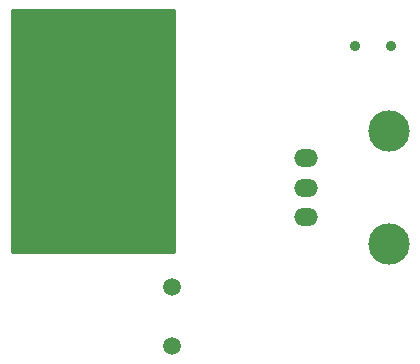
<source format=gbr>
G04 #@! TF.FileFunction,Soldermask,Bot*
%FSLAX46Y46*%
G04 Gerber Fmt 4.6, Leading zero omitted, Abs format (unit mm)*
G04 Created by KiCad (PCBNEW 0.201511300701+6336~38~ubuntu14.04.1-stable) date Wed 02 Dec 2015 03:43:02 PM EET*
%MOMM*%
G01*
G04 APERTURE LIST*
%ADD10C,0.100000*%
%ADD11O,2.000000X1.500000*%
%ADD12C,3.500000*%
%ADD13C,1.500000*%
%ADD14C,0.900000*%
%ADD15C,0.254000*%
G04 APERTURE END LIST*
D10*
D11*
X135100000Y-82700000D03*
X135100000Y-85200000D03*
X135100000Y-87700000D03*
D12*
X142100000Y-80400000D03*
X142100000Y-90000000D03*
D13*
X123750000Y-98650000D03*
X123750000Y-93650000D03*
D14*
X142250000Y-73250000D03*
X139250000Y-73250000D03*
D15*
G36*
X123873000Y-90623000D02*
X110127000Y-90623000D01*
X110127000Y-70127000D01*
X123873000Y-70127000D01*
X123873000Y-90623000D01*
X123873000Y-90623000D01*
G37*
X123873000Y-90623000D02*
X110127000Y-90623000D01*
X110127000Y-70127000D01*
X123873000Y-70127000D01*
X123873000Y-90623000D01*
M02*

</source>
